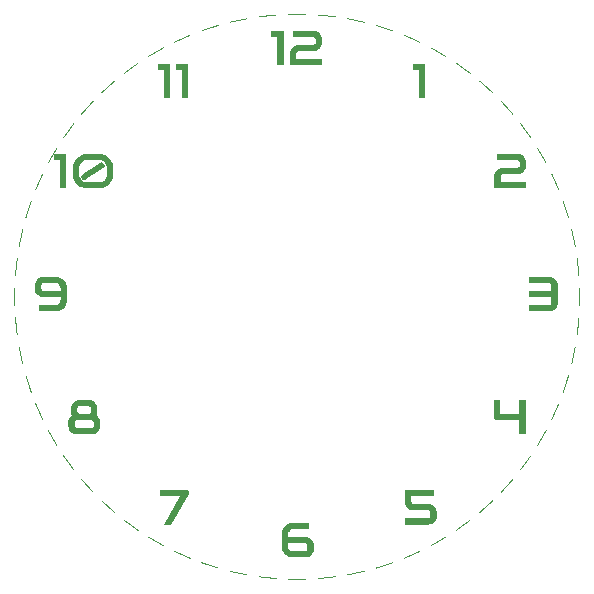
<source format=gbr>
%TF.GenerationSoftware,KiCad,Pcbnew,8.0.6*%
%TF.CreationDate,2025-01-18T20:05:51-05:00*%
%TF.ProjectId,twistedCharlieplex,74776973-7465-4644-9368-61726c696570,rev?*%
%TF.SameCoordinates,Original*%
%TF.FileFunction,Legend,Top*%
%TF.FilePolarity,Positive*%
%FSLAX46Y46*%
G04 Gerber Fmt 4.6, Leading zero omitted, Abs format (unit mm)*
G04 Created by KiCad (PCBNEW 8.0.6) date 2025-01-18 20:05:51*
%MOMM*%
%LPD*%
G01*
G04 APERTURE LIST*
%ADD10C,0.100000*%
G04 APERTURE END LIST*
D10*
G36*
X-17522851Y-8715034D02*
G01*
X-17421351Y-8739076D01*
X-17282033Y-8798204D01*
X-17227178Y-8832866D01*
X-17115895Y-8930685D01*
X-17085029Y-8967688D01*
X-17003802Y-9096356D01*
X-16989041Y-9127422D01*
X-16940065Y-9269946D01*
X-16934087Y-9296683D01*
X-16916570Y-9446391D01*
X-16916501Y-9455685D01*
X-16916501Y-9696752D01*
X-16928473Y-9852239D01*
X-16968144Y-9999941D01*
X-16989041Y-10047729D01*
X-16872477Y-10142312D01*
X-16865210Y-10149579D01*
X-16775130Y-10265625D01*
X-16764094Y-10284401D01*
X-16706420Y-10421292D01*
X-16696683Y-10456592D01*
X-16673741Y-10604416D01*
X-16671770Y-10667618D01*
X-16671770Y-10906487D01*
X-16687226Y-11057097D01*
X-16689355Y-11067688D01*
X-16733637Y-11209361D01*
X-16745043Y-11235482D01*
X-16821470Y-11366383D01*
X-16843228Y-11395217D01*
X-16950723Y-11503552D01*
X-16986110Y-11530039D01*
X-17119435Y-11602190D01*
X-17178818Y-11623829D01*
X-17325593Y-11654054D01*
X-17423549Y-11659000D01*
X-18635482Y-11659000D01*
X-18782715Y-11643830D01*
X-18878748Y-11620165D01*
X-19021098Y-11559887D01*
X-19123480Y-11491205D01*
X-19232254Y-11380557D01*
X-19311058Y-11258197D01*
X-19362149Y-11120192D01*
X-19383972Y-10969943D01*
X-19385796Y-10906487D01*
X-19385796Y-10667618D01*
X-18850172Y-10667618D01*
X-18850172Y-10906487D01*
X-18803609Y-11049301D01*
X-18789355Y-11064757D01*
X-18652647Y-11122860D01*
X-18635482Y-11123375D01*
X-17423549Y-11123375D01*
X-17281618Y-11076251D01*
X-17267478Y-11061826D01*
X-17213733Y-10923665D01*
X-17213256Y-10906487D01*
X-17213256Y-10667618D01*
X-17257014Y-10523442D01*
X-17270409Y-10508616D01*
X-17405769Y-10451965D01*
X-17423549Y-10451463D01*
X-18635482Y-10451463D01*
X-18777174Y-10499147D01*
X-18792286Y-10513745D01*
X-18849663Y-10650578D01*
X-18850172Y-10667618D01*
X-19385796Y-10667618D01*
X-19371354Y-10518895D01*
X-19368211Y-10502754D01*
X-19323929Y-10358414D01*
X-19312524Y-10332028D01*
X-19240020Y-10204588D01*
X-19215071Y-10170828D01*
X-19106431Y-10064282D01*
X-19070723Y-10038937D01*
X-19118648Y-9896985D01*
X-19126410Y-9863815D01*
X-19144442Y-9716513D01*
X-19144729Y-9696752D01*
X-19144729Y-9455685D01*
X-18604708Y-9455685D01*
X-18604708Y-9696752D01*
X-18566106Y-9839914D01*
X-18550486Y-9857953D01*
X-18412968Y-9910972D01*
X-18394415Y-9911442D01*
X-17669013Y-9911442D01*
X-17524423Y-9872841D01*
X-17506348Y-9857220D01*
X-17453329Y-9716092D01*
X-17452859Y-9696752D01*
X-17452859Y-9460081D01*
X-17489621Y-9317980D01*
X-17508546Y-9295217D01*
X-17649799Y-9240019D01*
X-17669013Y-9239530D01*
X-18390018Y-9239530D01*
X-18534087Y-9279174D01*
X-18551951Y-9295217D01*
X-18604244Y-9436470D01*
X-18604708Y-9455685D01*
X-19144729Y-9455685D01*
X-19132273Y-9298552D01*
X-19091000Y-9152052D01*
X-19069258Y-9105441D01*
X-18984628Y-8975198D01*
X-18881679Y-8873166D01*
X-18756981Y-8792613D01*
X-18637681Y-8744205D01*
X-18488293Y-8710556D01*
X-18394415Y-8703905D01*
X-17669013Y-8703905D01*
X-17522851Y-8715034D01*
G37*
G36*
X10838250Y16792577D02*
G01*
X10300427Y16792577D01*
X10300427Y19212046D01*
X9816093Y19212046D01*
X9816093Y19747671D01*
X10838250Y19747671D01*
X10838250Y16792577D01*
G37*
G36*
X22065579Y-492487D02*
G01*
X22054966Y-639491D01*
X22015756Y-788075D01*
X21990108Y-844197D01*
X21905844Y-973890D01*
X21802529Y-1077205D01*
X21677832Y-1158123D01*
X21558531Y-1206165D01*
X21408626Y-1238590D01*
X21313799Y-1245000D01*
X19594818Y-1245000D01*
X19594818Y-709375D01*
X21313799Y-709375D01*
X21457347Y-669730D01*
X21475000Y-653688D01*
X21527292Y-511833D01*
X21527756Y-492487D01*
X21527756Y-37463D01*
X19594818Y-37463D01*
X19594818Y502557D01*
X21527756Y502557D01*
X21527756Y953918D01*
X21492445Y1096716D01*
X21363945Y1171023D01*
X21313799Y1174469D01*
X19594818Y1174469D01*
X19594818Y1710094D01*
X21313799Y1710094D01*
X21467307Y1697695D01*
X21560729Y1674923D01*
X21698725Y1615795D01*
X21753436Y1581133D01*
X21865132Y1483314D01*
X21896319Y1446311D01*
X21975888Y1322771D01*
X21993039Y1286577D01*
X22042015Y1144053D01*
X22047993Y1117316D01*
X22065510Y967608D01*
X22065579Y958314D01*
X22065579Y-492487D01*
G37*
G36*
X19390194Y9169000D02*
G01*
X16676168Y9169000D01*
X16676168Y10160381D01*
X16691624Y10310991D01*
X16693753Y10321581D01*
X16736991Y10465206D01*
X16747975Y10491575D01*
X16822728Y10623889D01*
X16843962Y10652775D01*
X16951010Y10761110D01*
X16986112Y10787597D01*
X17119436Y10859748D01*
X17178819Y10881386D01*
X17326739Y10911611D01*
X17426482Y10916557D01*
X18634018Y10916557D01*
X18778087Y10955158D01*
X18795951Y10970779D01*
X18848244Y11111907D01*
X18848708Y11131247D01*
X18848708Y11367918D01*
X18810106Y11514074D01*
X18794486Y11532782D01*
X18657217Y11587980D01*
X18638415Y11588469D01*
X16917235Y11588469D01*
X16917235Y12124094D01*
X18638415Y12124094D01*
X18790087Y12111695D01*
X18883146Y12088923D01*
X19021142Y12029795D01*
X19075854Y11995133D01*
X19187549Y11897314D01*
X19218736Y11860311D01*
X19299200Y11736771D01*
X19316921Y11700577D01*
X19366612Y11558053D01*
X19372609Y11531316D01*
X19390125Y11381608D01*
X19390194Y11372314D01*
X19390194Y11131247D01*
X19379581Y10983899D01*
X19340371Y10835436D01*
X19314723Y10779537D01*
X19230276Y10649844D01*
X19126412Y10546529D01*
X19001349Y10465405D01*
X18882413Y10416836D01*
X18733121Y10383187D01*
X18638415Y10376536D01*
X17426482Y10376536D01*
X17320969Y10358218D01*
X17260152Y10308392D01*
X17228645Y10238050D01*
X17211792Y10160381D01*
X17211792Y9704624D01*
X19390194Y9704624D01*
X19390194Y9169000D01*
G37*
G36*
X-1155511Y19583000D02*
G01*
X-1693334Y19583000D01*
X-1693334Y22002469D01*
X-2177668Y22002469D01*
X-2177668Y22538094D01*
X-1155511Y22538094D01*
X-1155511Y19583000D01*
G37*
G36*
X2097070Y19583000D02*
G01*
X-616956Y19583000D01*
X-616956Y20574381D01*
X-601500Y20724991D01*
X-599371Y20735581D01*
X-556132Y20879206D01*
X-545149Y20905575D01*
X-470396Y21037889D01*
X-449161Y21066775D01*
X-342114Y21175110D01*
X-307012Y21201597D01*
X-173687Y21273748D01*
X-114304Y21295386D01*
X33614Y21325611D01*
X133357Y21330557D01*
X1340894Y21330557D01*
X1484963Y21369158D01*
X1502827Y21384779D01*
X1555119Y21525907D01*
X1555583Y21545247D01*
X1555583Y21781918D01*
X1516982Y21928074D01*
X1501361Y21946782D01*
X1364093Y22001980D01*
X1345290Y22002469D01*
X-375888Y22002469D01*
X-375888Y22538094D01*
X1345290Y22538094D01*
X1496962Y22525695D01*
X1590021Y22502923D01*
X1728018Y22443795D01*
X1782729Y22409133D01*
X1894424Y22311314D01*
X1925611Y22274311D01*
X2006075Y22150771D01*
X2023797Y22114577D01*
X2073488Y21972053D01*
X2079484Y21945316D01*
X2097001Y21795608D01*
X2097070Y21786314D01*
X2097070Y21545247D01*
X2086456Y21397899D01*
X2047247Y21249436D01*
X2021598Y21193537D01*
X1937152Y21063844D01*
X1833287Y20960529D01*
X1708225Y20879405D01*
X1589289Y20830836D01*
X1439996Y20797187D01*
X1345290Y20790536D01*
X133357Y20790536D01*
X27844Y20772218D01*
X-32971Y20722392D01*
X-64479Y20652050D01*
X-81331Y20574381D01*
X-81331Y20118624D01*
X2097070Y20118624D01*
X2097070Y19583000D01*
G37*
G36*
X-19556522Y9169000D02*
G01*
X-20094345Y9169000D01*
X-20094345Y11588469D01*
X-20578679Y11588469D01*
X-20578679Y12124094D01*
X-19556522Y12124094D01*
X-19556522Y9169000D01*
G37*
G36*
X-16410186Y11353263D02*
G01*
X-16334715Y11279258D01*
X-16293682Y11181072D01*
X-16293682Y11078490D01*
X-16333982Y10983235D01*
X-16410919Y10908497D01*
X-17857325Y9942028D01*
X-17929865Y9904659D01*
X-18006069Y9894401D01*
X-18132098Y9925175D01*
X-18228818Y10013836D01*
X-18269851Y10111288D01*
X-18271317Y10214603D01*
X-18233215Y10309125D01*
X-18156278Y10384596D01*
X-16705476Y11351065D01*
X-16608023Y11392831D01*
X-16504708Y11392831D01*
X-16410186Y11353263D01*
G37*
G36*
X-16649017Y12115078D02*
G01*
X-16502722Y12088030D01*
X-16483459Y12083061D01*
X-16342380Y12036543D01*
X-16209029Y11973924D01*
X-16191833Y11964359D01*
X-16067681Y11885147D01*
X-15953510Y11791767D01*
X-15939042Y11778246D01*
X-15837429Y11669453D01*
X-15749663Y11547780D01*
X-15739007Y11530584D01*
X-15668381Y11396127D01*
X-15614500Y11251045D01*
X-15608581Y11230898D01*
X-15576524Y11085560D01*
X-15562419Y10932929D01*
X-15561686Y10887981D01*
X-15561686Y10405845D01*
X-15570662Y10250630D01*
X-15597590Y10102988D01*
X-15608581Y10062196D01*
X-15660230Y9915696D01*
X-15728623Y9779823D01*
X-15739007Y9762510D01*
X-15824927Y9639484D01*
X-15924693Y9528695D01*
X-15939042Y9514847D01*
X-16051881Y9419578D01*
X-16174703Y9338477D01*
X-16191833Y9328734D01*
X-16324153Y9264334D01*
X-16464202Y9215390D01*
X-16483459Y9210032D01*
X-16629325Y9180580D01*
X-16778411Y9169160D01*
X-16798532Y9169000D01*
X-17765001Y9169000D01*
X-17915729Y9178015D01*
X-18062915Y9205063D01*
X-18082273Y9210032D01*
X-18223352Y9256915D01*
X-18356702Y9319255D01*
X-18373899Y9328734D01*
X-18497686Y9407946D01*
X-18612136Y9501326D01*
X-18626690Y9514847D01*
X-18727615Y9624005D01*
X-18814695Y9745399D01*
X-18825259Y9762510D01*
X-18895359Y9896966D01*
X-18949036Y10042048D01*
X-18954952Y10062196D01*
X-18986508Y10207674D01*
X-19000393Y10360725D01*
X-19001114Y10405845D01*
X-19001114Y10887981D01*
X-18465490Y10887981D01*
X-18465490Y10405845D01*
X-18451201Y10252522D01*
X-18408337Y10114952D01*
X-18330928Y9980871D01*
X-18253731Y9892935D01*
X-18134823Y9803110D01*
X-18029516Y9751519D01*
X-17883431Y9712518D01*
X-17765001Y9704624D01*
X-16798532Y9704624D01*
X-16647224Y9717813D01*
X-16511303Y9757381D01*
X-16378278Y9829251D01*
X-16291484Y9902461D01*
X-16198314Y10025365D01*
X-16151533Y10123745D01*
X-16112655Y10267589D01*
X-16101707Y10405845D01*
X-16101707Y10887981D01*
X-16116179Y11039106D01*
X-16159593Y11175943D01*
X-16231850Y11303767D01*
X-16313466Y11398692D01*
X-16430365Y11489471D01*
X-16534750Y11540842D01*
X-16679882Y11580435D01*
X-16798532Y11588469D01*
X-17765001Y11588469D01*
X-17913533Y11574945D01*
X-18025853Y11542307D01*
X-18159418Y11473992D01*
X-18250800Y11401623D01*
X-18348147Y11286064D01*
X-18406871Y11178874D01*
X-18452610Y11031818D01*
X-18465490Y10887981D01*
X-19001114Y10887981D01*
X-18993058Y11037298D01*
X-18965208Y11194778D01*
X-18917467Y11343384D01*
X-18899265Y11386236D01*
X-18828883Y11521977D01*
X-18745049Y11645267D01*
X-18647762Y11756107D01*
X-18626690Y11776780D01*
X-18514448Y11872278D01*
X-18392045Y11953608D01*
X-18259481Y12020770D01*
X-18231749Y12032503D01*
X-18090141Y12080803D01*
X-17944669Y12111214D01*
X-17795332Y12123736D01*
X-17765001Y12124094D01*
X-16798532Y12124094D01*
X-16649017Y12115078D01*
G37*
G36*
X-10734201Y16792577D02*
G01*
X-11272024Y16792577D01*
X-11272024Y19212046D01*
X-11756358Y19212046D01*
X-11756358Y19747671D01*
X-10734201Y19747671D01*
X-10734201Y16792577D01*
G37*
G36*
X-9245297Y16792577D02*
G01*
X-9783120Y16792577D01*
X-9783120Y19212046D01*
X-10267453Y19212046D01*
X-10267453Y19747671D01*
X-9245297Y19747671D01*
X-9245297Y16792577D01*
G37*
G36*
X11816442Y-18530064D02*
G01*
X11800986Y-18680674D01*
X11798857Y-18691265D01*
X11754575Y-18832938D01*
X11743169Y-18859059D01*
X11667710Y-18989960D01*
X11646449Y-19018794D01*
X11539653Y-19127129D01*
X11504300Y-19153616D01*
X11370976Y-19225767D01*
X11311592Y-19247406D01*
X11164531Y-19277631D01*
X11066128Y-19282577D01*
X9102416Y-19282577D01*
X9102416Y-18746952D01*
X11066128Y-18746952D01*
X11207179Y-18699828D01*
X11221467Y-18685403D01*
X11275938Y-18547242D01*
X11276421Y-18530064D01*
X11276421Y-18291195D01*
X11238342Y-18149328D01*
X11222932Y-18130727D01*
X11082053Y-18075529D01*
X11062465Y-18075040D01*
X9854928Y-18075040D01*
X9707924Y-18064530D01*
X9559341Y-18025701D01*
X9503218Y-18000302D01*
X9373892Y-17915305D01*
X9271676Y-17811258D01*
X9191123Y-17685416D01*
X9142716Y-17565794D01*
X9109067Y-17415631D01*
X9102416Y-17320329D01*
X9102416Y-16327482D01*
X11570978Y-16327482D01*
X11570978Y-16863107D01*
X9638040Y-16863107D01*
X9638040Y-17320329D01*
X9677685Y-17463491D01*
X9693728Y-17481530D01*
X9835582Y-17534549D01*
X9854928Y-17535019D01*
X11066128Y-17535019D01*
X11213361Y-17550761D01*
X11309394Y-17575319D01*
X11451512Y-17636190D01*
X11553393Y-17705012D01*
X11662532Y-17815502D01*
X11740971Y-17938752D01*
X11792563Y-18077258D01*
X11814600Y-18227721D01*
X11816442Y-18291195D01*
X11816442Y-18530064D01*
G37*
G36*
X1024354Y-19653530D02*
G01*
X-319469Y-19653530D01*
X-468823Y-19682671D01*
X-506315Y-19696761D01*
X-633821Y-19775701D01*
X-649197Y-19789817D01*
X-735833Y-19913867D01*
X-742253Y-19929036D01*
X-774067Y-20073778D01*
X-775226Y-20110752D01*
X-775226Y-20325442D01*
X651395Y-20325442D01*
X799601Y-20341184D01*
X895394Y-20365742D01*
X1037151Y-20426613D01*
X1139393Y-20495435D01*
X1249104Y-20605925D01*
X1327704Y-20729175D01*
X1379295Y-20867681D01*
X1401332Y-21018144D01*
X1403175Y-21081618D01*
X1403175Y-21320487D01*
X1387719Y-21471097D01*
X1385589Y-21481688D01*
X1341308Y-21623361D01*
X1329902Y-21649482D01*
X1254442Y-21780383D01*
X1233182Y-21809217D01*
X1126385Y-21917552D01*
X1091033Y-21944039D01*
X957708Y-22016190D01*
X898325Y-22037829D01*
X750692Y-22068054D01*
X651395Y-22073000D01*
X-319469Y-22073000D01*
X-468856Y-22061265D01*
X-531227Y-22050285D01*
X-677106Y-22008481D01*
X-752511Y-21977012D01*
X-886120Y-21903510D01*
X-963537Y-21849517D01*
X-1075442Y-21745919D01*
X-1141590Y-21661939D01*
X-1218046Y-21527034D01*
X-1264689Y-21407682D01*
X-1297822Y-21264145D01*
X-1310445Y-21115361D01*
X-1310851Y-21081618D01*
X-775226Y-21081618D01*
X-755030Y-21227522D01*
X-739322Y-21270662D01*
X-659763Y-21394213D01*
X-641137Y-21413544D01*
X-516435Y-21497373D01*
X-496056Y-21505868D01*
X-351128Y-21536267D01*
X-315073Y-21537375D01*
X651395Y-21537375D01*
X793888Y-21490251D01*
X808199Y-21475826D01*
X862671Y-21337665D01*
X863154Y-21320487D01*
X863154Y-21081618D01*
X825074Y-20939751D01*
X809665Y-20921150D01*
X673423Y-20866333D01*
X646999Y-20865463D01*
X-775226Y-20865463D01*
X-775226Y-21081618D01*
X-1310851Y-21081618D01*
X-1310851Y-20110752D01*
X-1302015Y-19959404D01*
X-1272938Y-19812808D01*
X-1264689Y-19785421D01*
X-1206591Y-19641771D01*
X-1141590Y-19531164D01*
X-1047747Y-19417125D01*
X-963537Y-19342853D01*
X-840008Y-19259567D01*
X-752511Y-19213893D01*
X-614896Y-19161571D01*
X-531227Y-19140620D01*
X-382652Y-19120124D01*
X-319469Y-19117905D01*
X1024354Y-19117905D01*
X1024354Y-19653530D01*
G37*
G36*
X-9185213Y-16463037D02*
G01*
X-9150042Y-16598592D01*
X-9185213Y-16733414D01*
X-10671187Y-19282577D01*
X-11291808Y-19282577D01*
X-9885702Y-16863107D01*
X-11621536Y-16863107D01*
X-11621536Y-16327482D01*
X-9418221Y-16327482D01*
X-9283399Y-16363386D01*
X-9185213Y-16463037D01*
G37*
G36*
X-20346686Y1698359D02*
G01*
X-20284315Y1687379D01*
X-20136828Y1645575D01*
X-20060832Y1614106D01*
X-19926251Y1540032D01*
X-19849074Y1485146D01*
X-19737522Y1381290D01*
X-19671021Y1296835D01*
X-19593612Y1162290D01*
X-19547190Y1042578D01*
X-19514056Y899202D01*
X-19501434Y750859D01*
X-19501028Y717247D01*
X-19501028Y-253618D01*
X-19509864Y-405467D01*
X-19538940Y-552288D01*
X-19547190Y-579682D01*
X-19605129Y-722967D01*
X-19671021Y-833939D01*
X-19765225Y-947386D01*
X-19849074Y-1021517D01*
X-19972508Y-1103580D01*
X-20060832Y-1149012D01*
X-20199650Y-1201333D01*
X-20284315Y-1222285D01*
X-20432890Y-1242781D01*
X-20496073Y-1245000D01*
X-21834036Y-1245000D01*
X-21834036Y-709375D01*
X-20496073Y-709375D01*
X-20349259Y-680878D01*
X-20312158Y-667609D01*
X-20183370Y-591955D01*
X-20167811Y-578217D01*
X-20080449Y-455495D01*
X-20074022Y-440464D01*
X-20042208Y-292335D01*
X-20041049Y-253618D01*
X-20041049Y-37463D01*
X-21462542Y-37463D01*
X-21613152Y-22007D01*
X-21623742Y-19877D01*
X-21765416Y24403D01*
X-21791537Y35809D01*
X-21922438Y111269D01*
X-21951272Y132529D01*
X-22059607Y239773D01*
X-22086094Y275411D01*
X-22158245Y410085D01*
X-22179883Y469584D01*
X-22210108Y617504D01*
X-22215054Y717247D01*
X-22215054Y958314D01*
X-21679430Y958314D01*
X-21679430Y717247D01*
X-21639785Y575187D01*
X-21623742Y556779D01*
X-21485337Y503404D01*
X-21458879Y502557D01*
X-20041049Y502557D01*
X-20041049Y717247D01*
X-20060832Y862876D01*
X-20076220Y906290D01*
X-20153113Y1031465D01*
X-20171474Y1050638D01*
X-20295294Y1133906D01*
X-20315822Y1142229D01*
X-20460267Y1173336D01*
X-20496073Y1174469D01*
X-21462542Y1174469D01*
X-21605356Y1126785D01*
X-21620812Y1112187D01*
X-21678915Y975354D01*
X-21679430Y958314D01*
X-22215054Y958314D01*
X-22199598Y1106735D01*
X-22197469Y1117316D01*
X-22154231Y1260419D01*
X-22143247Y1286577D01*
X-22068011Y1417477D01*
X-22046527Y1446311D01*
X-21943212Y1550725D01*
X-21902912Y1581133D01*
X-21769588Y1653581D01*
X-21710204Y1674923D01*
X-21562285Y1705148D01*
X-21462542Y1710094D01*
X-20496073Y1710094D01*
X-20346686Y1698359D01*
G37*
G36*
X19350626Y-11659000D02*
G01*
X18810606Y-11659000D01*
X18810606Y-10451463D01*
X16906244Y-10451463D01*
X16798533Y-10430214D01*
X16713536Y-10372328D01*
X16657116Y-10286599D01*
X16636600Y-10181086D01*
X16636600Y-8703905D01*
X17172225Y-8703905D01*
X17172225Y-9911442D01*
X18810606Y-9911442D01*
X18810606Y-8703905D01*
X19350626Y-8703905D01*
X19350626Y-11659000D01*
G37*
%TO.C,D12*%
X-22146391Y9055651D02*
G75*
G02*
X-21548488Y10398563I17078634J-6799340D01*
G01*
%TO.C,D26*%
X-11320971Y-21078497D02*
G75*
G02*
X-12594029Y-20343497I8547922J16275435D01*
G01*
%TO.C,D53*%
X17280498Y16548469D02*
G75*
G02*
X18264120Y15456047I-13158013J-12836568D01*
G01*
%TO.C,D13*%
X-22971645Y6691115D02*
G75*
G02*
X-22517390Y8089168I17695801J-4976889D01*
G01*
%TO.C,D15*%
X-23860819Y1768825D02*
G75*
G02*
X-23707162Y3230772I18343858J-1188969D01*
G01*
%TO.C,D51*%
X20343497Y12594029D02*
G75*
G02*
X21078497Y11320971I-15539351J-9820354D01*
G01*
%TO.C,D43*%
X22971645Y-6691115D02*
G75*
G02*
X22517390Y-8089168I-17695801J4976889D01*
G01*
%TO.C,D18*%
X-23239585Y-5691147D02*
G75*
G02*
X-23545215Y-4253270I17811012J4537268D01*
G01*
%TO.C,D56*%
X11320971Y21078497D02*
G75*
G02*
X12594029Y20343497I-8547922J-16275435D01*
G01*
%TO.C,D21*%
X-20343497Y-12594029D02*
G75*
G02*
X-21078497Y-11320971I15539351J9820354D01*
G01*
%TO.C,D39*%
X18264120Y-15456047D02*
G75*
G02*
X17280498Y-16548469I-14141635J11744146D01*
G01*
%TO.C,D22*%
X-18915620Y-14651511D02*
G75*
G02*
X-19779664Y-13462256I14427699J11390846D01*
G01*
%TO.C,D9*%
X-18264120Y15456047D02*
G75*
G02*
X-17280498Y16548469I14141635J-11744146D01*
G01*
%TO.C,D32*%
X3230772Y-23707163D02*
G75*
G02*
X1768825Y-23860820I-2650524J18186472D01*
G01*
%TO.C,D5*%
X-10398563Y21548489D02*
G75*
G02*
X-9055651Y22146392I8141744J-16479590D01*
G01*
%TO.C,D25*%
X-13462256Y-19779664D02*
G75*
G02*
X-14651511Y-18915620I10201592J15291742D01*
G01*
%TO.C,D60*%
X1768825Y23860819D02*
G75*
G02*
X3230772Y23707162I-1188969J-18343858D01*
G01*
%TO.C,D29*%
X-4253270Y-23545215D02*
G75*
G02*
X-5691147Y-23239585I3099391J18116642D01*
G01*
%TO.C,D42*%
X22146391Y-9055651D02*
G75*
G02*
X21548488Y-10398563I-17078634J6799340D01*
G01*
%TO.C,D48*%
X23239585Y5691147D02*
G75*
G02*
X23545215Y4253270I-17811012J-4537268D01*
G01*
%TO.C,D44*%
X23545215Y-4253270D02*
G75*
G02*
X23239585Y-5691147I-18116642J3099391D01*
G01*
%TO.C,D2*%
X-3230772Y23707163D02*
G75*
G02*
X-1768825Y23860820I2650524J-18186472D01*
G01*
%TO.C,D47*%
X23707163Y3230772D02*
G75*
G02*
X23860820Y1768825I-18186472J-2650524D01*
G01*
%TO.C,D28*%
X-6691115Y-22971645D02*
G75*
G02*
X-8089168Y-22517390I4976889J17695801D01*
G01*
%TO.C,D45*%
X23860819Y-1768825D02*
G75*
G02*
X23707162Y-3230772I-18343858J1188969D01*
G01*
%TO.C,D46*%
X23915000Y735000D02*
G75*
G02*
X23915000Y-735000I-18367650J-735000D01*
G01*
%TO.C,D49*%
X22517390Y8089168D02*
G75*
G02*
X22971645Y6691115I-17241546J-6374942D01*
G01*
%TO.C,D11*%
X-21078497Y11320971D02*
G75*
G02*
X-20343497Y12594029I16275435J-8547921D01*
G01*
%TO.C,D30*%
X-1768825Y-23860819D02*
G75*
G02*
X-3230772Y-23707162I1188969J18343858D01*
G01*
%TO.C,D27*%
X-9055651Y-22146391D02*
G75*
G02*
X-10398563Y-21548488I6799340J17078634D01*
G01*
%TO.C,D57*%
X9055651Y22146391D02*
G75*
G02*
X10398563Y21548488I-6799340J-17078634D01*
G01*
%TO.C,D58*%
X6691115Y22971645D02*
G75*
G02*
X8089168Y22517390I-4976889J-17695801D01*
G01*
%TO.C,D36*%
X12594029Y-20343497D02*
G75*
G02*
X11320971Y-21078497I-9820354J15539351D01*
G01*
%TO.C,D1*%
X-735000Y23915000D02*
G75*
G02*
X735000Y23915000I735000J-18367650D01*
G01*
%TO.C,D20*%
X-21548489Y-10398563D02*
G75*
G02*
X-22146392Y-9055651I16479590J8141744D01*
G01*
%TO.C,D38*%
X16548469Y-17280498D02*
G75*
G02*
X15456047Y-18264120I-12836568J13158013D01*
G01*
%TO.C,D34*%
X8089168Y-22517390D02*
G75*
G02*
X6691115Y-22971645I-6374942J17241546D01*
G01*
%TO.C,D7*%
X-14651511Y18915620D02*
G75*
G02*
X-13462256Y19779664I11390846J-14427699D01*
G01*
%TO.C,D52*%
X18915620Y14651511D02*
G75*
G02*
X19779664Y13462256I-14427699J-11390846D01*
G01*
%TO.C,D24*%
X-15456047Y-18264120D02*
G75*
G02*
X-16548469Y-17280498I11744146J14141635D01*
G01*
%TO.C,D16*%
X-23915000Y-735000D02*
G75*
G02*
X-23915000Y735000I18367650J735000D01*
G01*
%TO.C,D40*%
X19779664Y-13462256D02*
G75*
G02*
X18915620Y-14651511I-15291742J10201592D01*
G01*
%TO.C,D17*%
X-23707163Y-3230772D02*
G75*
G02*
X-23860820Y-1768825I18186472J2650524D01*
G01*
%TO.C,D19*%
X-22517390Y-8089168D02*
G75*
G02*
X-22971645Y-6691115I17241546J6374942D01*
G01*
%TO.C,D6*%
X-12594029Y20343497D02*
G75*
G02*
X-11320971Y21078497I9820354J-15539351D01*
G01*
%TO.C,D37*%
X14651511Y-18915620D02*
G75*
G02*
X13462256Y-19779664I-11390846J14427699D01*
G01*
%TO.C,D50*%
X21548489Y10398563D02*
G75*
G02*
X22146392Y9055651I-16479590J-8141744D01*
G01*
%TO.C,D10*%
X-19779664Y13462256D02*
G75*
G02*
X-18915620Y14651511I15291742J-10201592D01*
G01*
%TO.C,D59*%
X4253270Y23545215D02*
G75*
G02*
X5691147Y23239585I-3099391J-18116642D01*
G01*
%TO.C,D33*%
X5691147Y-23239585D02*
G75*
G02*
X4253270Y-23545215I-4537268J17811012D01*
G01*
%TO.C,D4*%
X-8089168Y22517390D02*
G75*
G02*
X-6691115Y22971645I6374942J-17241546D01*
G01*
%TO.C,D23*%
X-17280498Y-16548469D02*
G75*
G02*
X-18264120Y-15456047I13158013J12836568D01*
G01*
%TO.C,D31*%
X735000Y-23915000D02*
G75*
G02*
X-735000Y-23915000I-735000J18367650D01*
G01*
%TO.C,D35*%
X10398563Y-21548489D02*
G75*
G02*
X9055651Y-22146392I-8141744J16479590D01*
G01*
%TO.C,D54*%
X15456047Y18264120D02*
G75*
G02*
X16548469Y17280498I-11744146J-14141635D01*
G01*
%TO.C,D14*%
X-23545215Y4253270D02*
G75*
G02*
X-23239585Y5691147I18116642J-3099391D01*
G01*
%TO.C,D55*%
X13462256Y19779664D02*
G75*
G02*
X14651511Y18915620I-10201592J-15291742D01*
G01*
%TO.C,D3*%
X-5691147Y23239585D02*
G75*
G02*
X-4253270Y23545215I4537268J-17811012D01*
G01*
%TO.C,D41*%
X21078497Y-11320971D02*
G75*
G02*
X20343497Y-12594029I-16275435J8547922D01*
G01*
%TO.C,D8*%
X-16548469Y17280498D02*
G75*
G02*
X-15456047Y18264120I12836568J-13158013D01*
G01*
%TD*%
M02*

</source>
